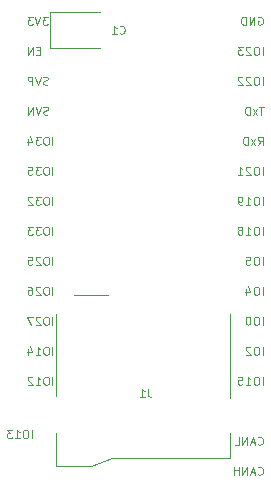
<source format=gbr>
%TF.GenerationSoftware,KiCad,Pcbnew,(5.1.10)-1*%
%TF.CreationDate,2021-07-24T14:48:27+02:00*%
%TF.ProjectId,esp32,65737033-322e-46b6-9963-61645f706362,rev?*%
%TF.SameCoordinates,Original*%
%TF.FileFunction,Legend,Bot*%
%TF.FilePolarity,Positive*%
%FSLAX46Y46*%
G04 Gerber Fmt 4.6, Leading zero omitted, Abs format (unit mm)*
G04 Created by KiCad (PCBNEW (5.1.10)-1) date 2021-07-24 14:48:27*
%MOMM*%
%LPD*%
G01*
G04 APERTURE LIST*
%ADD10C,0.120000*%
%ADD11C,0.100000*%
G04 APERTURE END LIST*
D10*
%TO.C,J1*%
X94665000Y-89222000D02*
X91765000Y-89222000D01*
X90190000Y-90822000D02*
X90190000Y-97822000D01*
X90190000Y-103722000D02*
X93190000Y-103722000D01*
X93165000Y-103722000D02*
X94965000Y-103022000D01*
X94965000Y-103022000D02*
X104940000Y-103022000D01*
X104940000Y-97922000D02*
X104940000Y-90822000D01*
X104940000Y-103022000D02*
X104940000Y-100922000D01*
X90190000Y-100922000D02*
X90190000Y-103722000D01*
%TO.C,C1*%
X93952000Y-68312000D02*
X89742000Y-68312000D01*
X89742000Y-68312000D02*
X89742000Y-65292000D01*
X89742000Y-65292000D02*
X93952000Y-65292000D01*
%TO.C,J1*%
D11*
X98023333Y-97152666D02*
X98023333Y-97652666D01*
X98056666Y-97752666D01*
X98123333Y-97819333D01*
X98223333Y-97852666D01*
X98290000Y-97852666D01*
X97323333Y-97852666D02*
X97723333Y-97852666D01*
X97523333Y-97852666D02*
X97523333Y-97152666D01*
X97590000Y-97252666D01*
X97656666Y-97319333D01*
X97723333Y-97352666D01*
%TO.C,J4*%
X89928333Y-79056666D02*
X89928333Y-78356666D01*
X89461666Y-78356666D02*
X89328333Y-78356666D01*
X89261666Y-78390000D01*
X89195000Y-78456666D01*
X89161666Y-78590000D01*
X89161666Y-78823333D01*
X89195000Y-78956666D01*
X89261666Y-79023333D01*
X89328333Y-79056666D01*
X89461666Y-79056666D01*
X89528333Y-79023333D01*
X89595000Y-78956666D01*
X89628333Y-78823333D01*
X89628333Y-78590000D01*
X89595000Y-78456666D01*
X89528333Y-78390000D01*
X89461666Y-78356666D01*
X88928333Y-78356666D02*
X88495000Y-78356666D01*
X88728333Y-78623333D01*
X88628333Y-78623333D01*
X88561666Y-78656666D01*
X88528333Y-78690000D01*
X88495000Y-78756666D01*
X88495000Y-78923333D01*
X88528333Y-78990000D01*
X88561666Y-79023333D01*
X88628333Y-79056666D01*
X88828333Y-79056666D01*
X88895000Y-79023333D01*
X88928333Y-78990000D01*
X87861666Y-78356666D02*
X88195000Y-78356666D01*
X88228333Y-78690000D01*
X88195000Y-78656666D01*
X88128333Y-78623333D01*
X87961666Y-78623333D01*
X87895000Y-78656666D01*
X87861666Y-78690000D01*
X87828333Y-78756666D01*
X87828333Y-78923333D01*
X87861666Y-78990000D01*
X87895000Y-79023333D01*
X87961666Y-79056666D01*
X88128333Y-79056666D01*
X88195000Y-79023333D01*
X88228333Y-78990000D01*
X89928333Y-94296666D02*
X89928333Y-93596666D01*
X89461666Y-93596666D02*
X89328333Y-93596666D01*
X89261666Y-93630000D01*
X89195000Y-93696666D01*
X89161666Y-93830000D01*
X89161666Y-94063333D01*
X89195000Y-94196666D01*
X89261666Y-94263333D01*
X89328333Y-94296666D01*
X89461666Y-94296666D01*
X89528333Y-94263333D01*
X89595000Y-94196666D01*
X89628333Y-94063333D01*
X89628333Y-93830000D01*
X89595000Y-93696666D01*
X89528333Y-93630000D01*
X89461666Y-93596666D01*
X88495000Y-94296666D02*
X88895000Y-94296666D01*
X88695000Y-94296666D02*
X88695000Y-93596666D01*
X88761666Y-93696666D01*
X88828333Y-93763333D01*
X88895000Y-93796666D01*
X87895000Y-93830000D02*
X87895000Y-94296666D01*
X88061666Y-93563333D02*
X88228333Y-94063333D01*
X87795000Y-94063333D01*
X88895000Y-68530000D02*
X88661666Y-68530000D01*
X88561666Y-68896666D02*
X88895000Y-68896666D01*
X88895000Y-68196666D01*
X88561666Y-68196666D01*
X88261666Y-68896666D02*
X88261666Y-68196666D01*
X87861666Y-68896666D01*
X87861666Y-68196666D01*
X89928333Y-89216666D02*
X89928333Y-88516666D01*
X89461666Y-88516666D02*
X89328333Y-88516666D01*
X89261666Y-88550000D01*
X89195000Y-88616666D01*
X89161666Y-88750000D01*
X89161666Y-88983333D01*
X89195000Y-89116666D01*
X89261666Y-89183333D01*
X89328333Y-89216666D01*
X89461666Y-89216666D01*
X89528333Y-89183333D01*
X89595000Y-89116666D01*
X89628333Y-88983333D01*
X89628333Y-88750000D01*
X89595000Y-88616666D01*
X89528333Y-88550000D01*
X89461666Y-88516666D01*
X88895000Y-88583333D02*
X88861666Y-88550000D01*
X88795000Y-88516666D01*
X88628333Y-88516666D01*
X88561666Y-88550000D01*
X88528333Y-88583333D01*
X88495000Y-88650000D01*
X88495000Y-88716666D01*
X88528333Y-88816666D01*
X88928333Y-89216666D01*
X88495000Y-89216666D01*
X87895000Y-88516666D02*
X88028333Y-88516666D01*
X88095000Y-88550000D01*
X88128333Y-88583333D01*
X88195000Y-88683333D01*
X88228333Y-88816666D01*
X88228333Y-89083333D01*
X88195000Y-89150000D01*
X88161666Y-89183333D01*
X88095000Y-89216666D01*
X87961666Y-89216666D01*
X87895000Y-89183333D01*
X87861666Y-89150000D01*
X87828333Y-89083333D01*
X87828333Y-88916666D01*
X87861666Y-88850000D01*
X87895000Y-88816666D01*
X87961666Y-88783333D01*
X88095000Y-88783333D01*
X88161666Y-88816666D01*
X88195000Y-88850000D01*
X88228333Y-88916666D01*
X89928333Y-81596666D02*
X89928333Y-80896666D01*
X89461666Y-80896666D02*
X89328333Y-80896666D01*
X89261666Y-80930000D01*
X89195000Y-80996666D01*
X89161666Y-81130000D01*
X89161666Y-81363333D01*
X89195000Y-81496666D01*
X89261666Y-81563333D01*
X89328333Y-81596666D01*
X89461666Y-81596666D01*
X89528333Y-81563333D01*
X89595000Y-81496666D01*
X89628333Y-81363333D01*
X89628333Y-81130000D01*
X89595000Y-80996666D01*
X89528333Y-80930000D01*
X89461666Y-80896666D01*
X88928333Y-80896666D02*
X88495000Y-80896666D01*
X88728333Y-81163333D01*
X88628333Y-81163333D01*
X88561666Y-81196666D01*
X88528333Y-81230000D01*
X88495000Y-81296666D01*
X88495000Y-81463333D01*
X88528333Y-81530000D01*
X88561666Y-81563333D01*
X88628333Y-81596666D01*
X88828333Y-81596666D01*
X88895000Y-81563333D01*
X88928333Y-81530000D01*
X88228333Y-80963333D02*
X88195000Y-80930000D01*
X88128333Y-80896666D01*
X87961666Y-80896666D01*
X87895000Y-80930000D01*
X87861666Y-80963333D01*
X87828333Y-81030000D01*
X87828333Y-81096666D01*
X87861666Y-81196666D01*
X88261666Y-81596666D01*
X87828333Y-81596666D01*
X89528333Y-71403333D02*
X89428333Y-71436666D01*
X89261666Y-71436666D01*
X89195000Y-71403333D01*
X89161666Y-71370000D01*
X89128333Y-71303333D01*
X89128333Y-71236666D01*
X89161666Y-71170000D01*
X89195000Y-71136666D01*
X89261666Y-71103333D01*
X89395000Y-71070000D01*
X89461666Y-71036666D01*
X89495000Y-71003333D01*
X89528333Y-70936666D01*
X89528333Y-70870000D01*
X89495000Y-70803333D01*
X89461666Y-70770000D01*
X89395000Y-70736666D01*
X89228333Y-70736666D01*
X89128333Y-70770000D01*
X88928333Y-70736666D02*
X88695000Y-71436666D01*
X88461666Y-70736666D01*
X88228333Y-71436666D02*
X88228333Y-70736666D01*
X87961666Y-70736666D01*
X87895000Y-70770000D01*
X87861666Y-70803333D01*
X87828333Y-70870000D01*
X87828333Y-70970000D01*
X87861666Y-71036666D01*
X87895000Y-71070000D01*
X87961666Y-71103333D01*
X88228333Y-71103333D01*
X89928333Y-84136666D02*
X89928333Y-83436666D01*
X89461666Y-83436666D02*
X89328333Y-83436666D01*
X89261666Y-83470000D01*
X89195000Y-83536666D01*
X89161666Y-83670000D01*
X89161666Y-83903333D01*
X89195000Y-84036666D01*
X89261666Y-84103333D01*
X89328333Y-84136666D01*
X89461666Y-84136666D01*
X89528333Y-84103333D01*
X89595000Y-84036666D01*
X89628333Y-83903333D01*
X89628333Y-83670000D01*
X89595000Y-83536666D01*
X89528333Y-83470000D01*
X89461666Y-83436666D01*
X88928333Y-83436666D02*
X88495000Y-83436666D01*
X88728333Y-83703333D01*
X88628333Y-83703333D01*
X88561666Y-83736666D01*
X88528333Y-83770000D01*
X88495000Y-83836666D01*
X88495000Y-84003333D01*
X88528333Y-84070000D01*
X88561666Y-84103333D01*
X88628333Y-84136666D01*
X88828333Y-84136666D01*
X88895000Y-84103333D01*
X88928333Y-84070000D01*
X88261666Y-83436666D02*
X87828333Y-83436666D01*
X88061666Y-83703333D01*
X87961666Y-83703333D01*
X87895000Y-83736666D01*
X87861666Y-83770000D01*
X87828333Y-83836666D01*
X87828333Y-84003333D01*
X87861666Y-84070000D01*
X87895000Y-84103333D01*
X87961666Y-84136666D01*
X88161666Y-84136666D01*
X88228333Y-84103333D01*
X88261666Y-84070000D01*
X89928333Y-91756666D02*
X89928333Y-91056666D01*
X89461666Y-91056666D02*
X89328333Y-91056666D01*
X89261666Y-91090000D01*
X89195000Y-91156666D01*
X89161666Y-91290000D01*
X89161666Y-91523333D01*
X89195000Y-91656666D01*
X89261666Y-91723333D01*
X89328333Y-91756666D01*
X89461666Y-91756666D01*
X89528333Y-91723333D01*
X89595000Y-91656666D01*
X89628333Y-91523333D01*
X89628333Y-91290000D01*
X89595000Y-91156666D01*
X89528333Y-91090000D01*
X89461666Y-91056666D01*
X88895000Y-91123333D02*
X88861666Y-91090000D01*
X88795000Y-91056666D01*
X88628333Y-91056666D01*
X88561666Y-91090000D01*
X88528333Y-91123333D01*
X88495000Y-91190000D01*
X88495000Y-91256666D01*
X88528333Y-91356666D01*
X88928333Y-91756666D01*
X88495000Y-91756666D01*
X88261666Y-91056666D02*
X87795000Y-91056666D01*
X88095000Y-91756666D01*
X89928333Y-86676666D02*
X89928333Y-85976666D01*
X89461666Y-85976666D02*
X89328333Y-85976666D01*
X89261666Y-86010000D01*
X89195000Y-86076666D01*
X89161666Y-86210000D01*
X89161666Y-86443333D01*
X89195000Y-86576666D01*
X89261666Y-86643333D01*
X89328333Y-86676666D01*
X89461666Y-86676666D01*
X89528333Y-86643333D01*
X89595000Y-86576666D01*
X89628333Y-86443333D01*
X89628333Y-86210000D01*
X89595000Y-86076666D01*
X89528333Y-86010000D01*
X89461666Y-85976666D01*
X88895000Y-86043333D02*
X88861666Y-86010000D01*
X88795000Y-85976666D01*
X88628333Y-85976666D01*
X88561666Y-86010000D01*
X88528333Y-86043333D01*
X88495000Y-86110000D01*
X88495000Y-86176666D01*
X88528333Y-86276666D01*
X88928333Y-86676666D01*
X88495000Y-86676666D01*
X87861666Y-85976666D02*
X88195000Y-85976666D01*
X88228333Y-86310000D01*
X88195000Y-86276666D01*
X88128333Y-86243333D01*
X87961666Y-86243333D01*
X87895000Y-86276666D01*
X87861666Y-86310000D01*
X87828333Y-86376666D01*
X87828333Y-86543333D01*
X87861666Y-86610000D01*
X87895000Y-86643333D01*
X87961666Y-86676666D01*
X88128333Y-86676666D01*
X88195000Y-86643333D01*
X88228333Y-86610000D01*
X88183353Y-101335006D02*
X88183353Y-100635006D01*
X87716686Y-100635006D02*
X87583353Y-100635006D01*
X87516686Y-100668340D01*
X87450020Y-100735006D01*
X87416686Y-100868340D01*
X87416686Y-101101673D01*
X87450020Y-101235006D01*
X87516686Y-101301673D01*
X87583353Y-101335006D01*
X87716686Y-101335006D01*
X87783353Y-101301673D01*
X87850020Y-101235006D01*
X87883353Y-101101673D01*
X87883353Y-100868340D01*
X87850020Y-100735006D01*
X87783353Y-100668340D01*
X87716686Y-100635006D01*
X86750020Y-101335006D02*
X87150020Y-101335006D01*
X86950020Y-101335006D02*
X86950020Y-100635006D01*
X87016686Y-100735006D01*
X87083353Y-100801673D01*
X87150020Y-100835006D01*
X86516686Y-100635006D02*
X86083353Y-100635006D01*
X86316686Y-100901673D01*
X86216686Y-100901673D01*
X86150020Y-100935006D01*
X86116686Y-100968340D01*
X86083353Y-101035006D01*
X86083353Y-101201673D01*
X86116686Y-101268340D01*
X86150020Y-101301673D01*
X86216686Y-101335006D01*
X86416686Y-101335006D01*
X86483353Y-101301673D01*
X86516686Y-101268340D01*
X89928333Y-76516666D02*
X89928333Y-75816666D01*
X89461666Y-75816666D02*
X89328333Y-75816666D01*
X89261666Y-75850000D01*
X89195000Y-75916666D01*
X89161666Y-76050000D01*
X89161666Y-76283333D01*
X89195000Y-76416666D01*
X89261666Y-76483333D01*
X89328333Y-76516666D01*
X89461666Y-76516666D01*
X89528333Y-76483333D01*
X89595000Y-76416666D01*
X89628333Y-76283333D01*
X89628333Y-76050000D01*
X89595000Y-75916666D01*
X89528333Y-75850000D01*
X89461666Y-75816666D01*
X88928333Y-75816666D02*
X88495000Y-75816666D01*
X88728333Y-76083333D01*
X88628333Y-76083333D01*
X88561666Y-76116666D01*
X88528333Y-76150000D01*
X88495000Y-76216666D01*
X88495000Y-76383333D01*
X88528333Y-76450000D01*
X88561666Y-76483333D01*
X88628333Y-76516666D01*
X88828333Y-76516666D01*
X88895000Y-76483333D01*
X88928333Y-76450000D01*
X87895000Y-76050000D02*
X87895000Y-76516666D01*
X88061666Y-75783333D02*
X88228333Y-76283333D01*
X87795000Y-76283333D01*
X89561666Y-73943333D02*
X89461666Y-73976666D01*
X89295000Y-73976666D01*
X89228333Y-73943333D01*
X89195000Y-73910000D01*
X89161666Y-73843333D01*
X89161666Y-73776666D01*
X89195000Y-73710000D01*
X89228333Y-73676666D01*
X89295000Y-73643333D01*
X89428333Y-73610000D01*
X89495000Y-73576666D01*
X89528333Y-73543333D01*
X89561666Y-73476666D01*
X89561666Y-73410000D01*
X89528333Y-73343333D01*
X89495000Y-73310000D01*
X89428333Y-73276666D01*
X89261666Y-73276666D01*
X89161666Y-73310000D01*
X88961666Y-73276666D02*
X88728333Y-73976666D01*
X88495000Y-73276666D01*
X88261666Y-73976666D02*
X88261666Y-73276666D01*
X87861666Y-73976666D01*
X87861666Y-73276666D01*
X89928333Y-96836666D02*
X89928333Y-96136666D01*
X89461666Y-96136666D02*
X89328333Y-96136666D01*
X89261666Y-96170000D01*
X89195000Y-96236666D01*
X89161666Y-96370000D01*
X89161666Y-96603333D01*
X89195000Y-96736666D01*
X89261666Y-96803333D01*
X89328333Y-96836666D01*
X89461666Y-96836666D01*
X89528333Y-96803333D01*
X89595000Y-96736666D01*
X89628333Y-96603333D01*
X89628333Y-96370000D01*
X89595000Y-96236666D01*
X89528333Y-96170000D01*
X89461666Y-96136666D01*
X88495000Y-96836666D02*
X88895000Y-96836666D01*
X88695000Y-96836666D02*
X88695000Y-96136666D01*
X88761666Y-96236666D01*
X88828333Y-96303333D01*
X88895000Y-96336666D01*
X88228333Y-96203333D02*
X88195000Y-96170000D01*
X88128333Y-96136666D01*
X87961666Y-96136666D01*
X87895000Y-96170000D01*
X87861666Y-96203333D01*
X87828333Y-96270000D01*
X87828333Y-96336666D01*
X87861666Y-96436666D01*
X88261666Y-96836666D01*
X87828333Y-96836666D01*
X89528333Y-65656666D02*
X89095000Y-65656666D01*
X89328333Y-65923333D01*
X89228333Y-65923333D01*
X89161666Y-65956666D01*
X89128333Y-65990000D01*
X89095000Y-66056666D01*
X89095000Y-66223333D01*
X89128333Y-66290000D01*
X89161666Y-66323333D01*
X89228333Y-66356666D01*
X89428333Y-66356666D01*
X89495000Y-66323333D01*
X89528333Y-66290000D01*
X88895000Y-65656666D02*
X88661666Y-66356666D01*
X88428333Y-65656666D01*
X88261666Y-65656666D02*
X87828333Y-65656666D01*
X88061666Y-65923333D01*
X87961666Y-65923333D01*
X87895000Y-65956666D01*
X87861666Y-65990000D01*
X87828333Y-66056666D01*
X87828333Y-66223333D01*
X87861666Y-66290000D01*
X87895000Y-66323333D01*
X87961666Y-66356666D01*
X88161666Y-66356666D01*
X88228333Y-66323333D01*
X88261666Y-66290000D01*
X107351666Y-65690000D02*
X107418333Y-65656666D01*
X107518333Y-65656666D01*
X107618333Y-65690000D01*
X107685000Y-65756666D01*
X107718333Y-65823333D01*
X107751666Y-65956666D01*
X107751666Y-66056666D01*
X107718333Y-66190000D01*
X107685000Y-66256666D01*
X107618333Y-66323333D01*
X107518333Y-66356666D01*
X107451666Y-66356666D01*
X107351666Y-66323333D01*
X107318333Y-66290000D01*
X107318333Y-66056666D01*
X107451666Y-66056666D01*
X107018333Y-66356666D02*
X107018333Y-65656666D01*
X106618333Y-66356666D01*
X106618333Y-65656666D01*
X106285000Y-66356666D02*
X106285000Y-65656666D01*
X106118333Y-65656666D01*
X106018333Y-65690000D01*
X105951666Y-65756666D01*
X105918333Y-65823333D01*
X105885000Y-65956666D01*
X105885000Y-66056666D01*
X105918333Y-66190000D01*
X105951666Y-66256666D01*
X106018333Y-66323333D01*
X106118333Y-66356666D01*
X106285000Y-66356666D01*
X107718333Y-79056666D02*
X107718333Y-78356666D01*
X107251666Y-78356666D02*
X107118333Y-78356666D01*
X107051666Y-78390000D01*
X106985000Y-78456666D01*
X106951666Y-78590000D01*
X106951666Y-78823333D01*
X106985000Y-78956666D01*
X107051666Y-79023333D01*
X107118333Y-79056666D01*
X107251666Y-79056666D01*
X107318333Y-79023333D01*
X107385000Y-78956666D01*
X107418333Y-78823333D01*
X107418333Y-78590000D01*
X107385000Y-78456666D01*
X107318333Y-78390000D01*
X107251666Y-78356666D01*
X106685000Y-78423333D02*
X106651666Y-78390000D01*
X106585000Y-78356666D01*
X106418333Y-78356666D01*
X106351666Y-78390000D01*
X106318333Y-78423333D01*
X106285000Y-78490000D01*
X106285000Y-78556666D01*
X106318333Y-78656666D01*
X106718333Y-79056666D01*
X106285000Y-79056666D01*
X105618333Y-79056666D02*
X106018333Y-79056666D01*
X105818333Y-79056666D02*
X105818333Y-78356666D01*
X105885000Y-78456666D01*
X105951666Y-78523333D01*
X106018333Y-78556666D01*
X107818333Y-73276666D02*
X107418333Y-73276666D01*
X107618333Y-73976666D02*
X107618333Y-73276666D01*
X107251666Y-73976666D02*
X106885000Y-73510000D01*
X107251666Y-73510000D02*
X106885000Y-73976666D01*
X106618333Y-73976666D02*
X106618333Y-73276666D01*
X106451666Y-73276666D01*
X106351666Y-73310000D01*
X106285000Y-73376666D01*
X106251666Y-73443333D01*
X106218333Y-73576666D01*
X106218333Y-73676666D01*
X106251666Y-73810000D01*
X106285000Y-73876666D01*
X106351666Y-73943333D01*
X106451666Y-73976666D01*
X106618333Y-73976666D01*
X107718333Y-68896666D02*
X107718333Y-68196666D01*
X107251666Y-68196666D02*
X107118333Y-68196666D01*
X107051666Y-68230000D01*
X106985000Y-68296666D01*
X106951666Y-68430000D01*
X106951666Y-68663333D01*
X106985000Y-68796666D01*
X107051666Y-68863333D01*
X107118333Y-68896666D01*
X107251666Y-68896666D01*
X107318333Y-68863333D01*
X107385000Y-68796666D01*
X107418333Y-68663333D01*
X107418333Y-68430000D01*
X107385000Y-68296666D01*
X107318333Y-68230000D01*
X107251666Y-68196666D01*
X106685000Y-68263333D02*
X106651666Y-68230000D01*
X106585000Y-68196666D01*
X106418333Y-68196666D01*
X106351666Y-68230000D01*
X106318333Y-68263333D01*
X106285000Y-68330000D01*
X106285000Y-68396666D01*
X106318333Y-68496666D01*
X106718333Y-68896666D01*
X106285000Y-68896666D01*
X106051666Y-68196666D02*
X105618333Y-68196666D01*
X105851666Y-68463333D01*
X105751666Y-68463333D01*
X105685000Y-68496666D01*
X105651666Y-68530000D01*
X105618333Y-68596666D01*
X105618333Y-68763333D01*
X105651666Y-68830000D01*
X105685000Y-68863333D01*
X105751666Y-68896666D01*
X105951666Y-68896666D01*
X106018333Y-68863333D01*
X106051666Y-68830000D01*
X107718333Y-71436666D02*
X107718333Y-70736666D01*
X107251666Y-70736666D02*
X107118333Y-70736666D01*
X107051666Y-70770000D01*
X106985000Y-70836666D01*
X106951666Y-70970000D01*
X106951666Y-71203333D01*
X106985000Y-71336666D01*
X107051666Y-71403333D01*
X107118333Y-71436666D01*
X107251666Y-71436666D01*
X107318333Y-71403333D01*
X107385000Y-71336666D01*
X107418333Y-71203333D01*
X107418333Y-70970000D01*
X107385000Y-70836666D01*
X107318333Y-70770000D01*
X107251666Y-70736666D01*
X106685000Y-70803333D02*
X106651666Y-70770000D01*
X106585000Y-70736666D01*
X106418333Y-70736666D01*
X106351666Y-70770000D01*
X106318333Y-70803333D01*
X106285000Y-70870000D01*
X106285000Y-70936666D01*
X106318333Y-71036666D01*
X106718333Y-71436666D01*
X106285000Y-71436666D01*
X106018333Y-70803333D02*
X105985000Y-70770000D01*
X105918333Y-70736666D01*
X105751666Y-70736666D01*
X105685000Y-70770000D01*
X105651666Y-70803333D01*
X105618333Y-70870000D01*
X105618333Y-70936666D01*
X105651666Y-71036666D01*
X106051666Y-71436666D01*
X105618333Y-71436666D01*
X107318333Y-76516666D02*
X107551666Y-76183333D01*
X107718333Y-76516666D02*
X107718333Y-75816666D01*
X107451666Y-75816666D01*
X107385000Y-75850000D01*
X107351666Y-75883333D01*
X107318333Y-75950000D01*
X107318333Y-76050000D01*
X107351666Y-76116666D01*
X107385000Y-76150000D01*
X107451666Y-76183333D01*
X107718333Y-76183333D01*
X107085000Y-76516666D02*
X106718333Y-76050000D01*
X107085000Y-76050000D02*
X106718333Y-76516666D01*
X106451666Y-76516666D02*
X106451666Y-75816666D01*
X106285000Y-75816666D01*
X106185000Y-75850000D01*
X106118333Y-75916666D01*
X106085000Y-75983333D01*
X106051666Y-76116666D01*
X106051666Y-76216666D01*
X106085000Y-76350000D01*
X106118333Y-76416666D01*
X106185000Y-76483333D01*
X106285000Y-76516666D01*
X106451666Y-76516666D01*
X107718333Y-84136666D02*
X107718333Y-83436666D01*
X107251666Y-83436666D02*
X107118333Y-83436666D01*
X107051666Y-83470000D01*
X106985000Y-83536666D01*
X106951666Y-83670000D01*
X106951666Y-83903333D01*
X106985000Y-84036666D01*
X107051666Y-84103333D01*
X107118333Y-84136666D01*
X107251666Y-84136666D01*
X107318333Y-84103333D01*
X107385000Y-84036666D01*
X107418333Y-83903333D01*
X107418333Y-83670000D01*
X107385000Y-83536666D01*
X107318333Y-83470000D01*
X107251666Y-83436666D01*
X106285000Y-84136666D02*
X106685000Y-84136666D01*
X106485000Y-84136666D02*
X106485000Y-83436666D01*
X106551666Y-83536666D01*
X106618333Y-83603333D01*
X106685000Y-83636666D01*
X105885000Y-83736666D02*
X105951666Y-83703333D01*
X105985000Y-83670000D01*
X106018333Y-83603333D01*
X106018333Y-83570000D01*
X105985000Y-83503333D01*
X105951666Y-83470000D01*
X105885000Y-83436666D01*
X105751666Y-83436666D01*
X105685000Y-83470000D01*
X105651666Y-83503333D01*
X105618333Y-83570000D01*
X105618333Y-83603333D01*
X105651666Y-83670000D01*
X105685000Y-83703333D01*
X105751666Y-83736666D01*
X105885000Y-83736666D01*
X105951666Y-83770000D01*
X105985000Y-83803333D01*
X106018333Y-83870000D01*
X106018333Y-84003333D01*
X105985000Y-84070000D01*
X105951666Y-84103333D01*
X105885000Y-84136666D01*
X105751666Y-84136666D01*
X105685000Y-84103333D01*
X105651666Y-84070000D01*
X105618333Y-84003333D01*
X105618333Y-83870000D01*
X105651666Y-83803333D01*
X105685000Y-83770000D01*
X105751666Y-83736666D01*
X107718333Y-81596666D02*
X107718333Y-80896666D01*
X107251666Y-80896666D02*
X107118333Y-80896666D01*
X107051666Y-80930000D01*
X106985000Y-80996666D01*
X106951666Y-81130000D01*
X106951666Y-81363333D01*
X106985000Y-81496666D01*
X107051666Y-81563333D01*
X107118333Y-81596666D01*
X107251666Y-81596666D01*
X107318333Y-81563333D01*
X107385000Y-81496666D01*
X107418333Y-81363333D01*
X107418333Y-81130000D01*
X107385000Y-80996666D01*
X107318333Y-80930000D01*
X107251666Y-80896666D01*
X106285000Y-81596666D02*
X106685000Y-81596666D01*
X106485000Y-81596666D02*
X106485000Y-80896666D01*
X106551666Y-80996666D01*
X106618333Y-81063333D01*
X106685000Y-81096666D01*
X105951666Y-81596666D02*
X105818333Y-81596666D01*
X105751666Y-81563333D01*
X105718333Y-81530000D01*
X105651666Y-81430000D01*
X105618333Y-81296666D01*
X105618333Y-81030000D01*
X105651666Y-80963333D01*
X105685000Y-80930000D01*
X105751666Y-80896666D01*
X105885000Y-80896666D01*
X105951666Y-80930000D01*
X105985000Y-80963333D01*
X106018333Y-81030000D01*
X106018333Y-81196666D01*
X105985000Y-81263333D01*
X105951666Y-81296666D01*
X105885000Y-81330000D01*
X105751666Y-81330000D01*
X105685000Y-81296666D01*
X105651666Y-81263333D01*
X105618333Y-81196666D01*
X107718333Y-86676666D02*
X107718333Y-85976666D01*
X107251666Y-85976666D02*
X107118333Y-85976666D01*
X107051666Y-86010000D01*
X106985000Y-86076666D01*
X106951666Y-86210000D01*
X106951666Y-86443333D01*
X106985000Y-86576666D01*
X107051666Y-86643333D01*
X107118333Y-86676666D01*
X107251666Y-86676666D01*
X107318333Y-86643333D01*
X107385000Y-86576666D01*
X107418333Y-86443333D01*
X107418333Y-86210000D01*
X107385000Y-86076666D01*
X107318333Y-86010000D01*
X107251666Y-85976666D01*
X106318333Y-85976666D02*
X106651666Y-85976666D01*
X106685000Y-86310000D01*
X106651666Y-86276666D01*
X106585000Y-86243333D01*
X106418333Y-86243333D01*
X106351666Y-86276666D01*
X106318333Y-86310000D01*
X106285000Y-86376666D01*
X106285000Y-86543333D01*
X106318333Y-86610000D01*
X106351666Y-86643333D01*
X106418333Y-86676666D01*
X106585000Y-86676666D01*
X106651666Y-86643333D01*
X106685000Y-86610000D01*
X107718333Y-96836666D02*
X107718333Y-96136666D01*
X107251666Y-96136666D02*
X107118333Y-96136666D01*
X107051666Y-96170000D01*
X106985000Y-96236666D01*
X106951666Y-96370000D01*
X106951666Y-96603333D01*
X106985000Y-96736666D01*
X107051666Y-96803333D01*
X107118333Y-96836666D01*
X107251666Y-96836666D01*
X107318333Y-96803333D01*
X107385000Y-96736666D01*
X107418333Y-96603333D01*
X107418333Y-96370000D01*
X107385000Y-96236666D01*
X107318333Y-96170000D01*
X107251666Y-96136666D01*
X106285000Y-96836666D02*
X106685000Y-96836666D01*
X106485000Y-96836666D02*
X106485000Y-96136666D01*
X106551666Y-96236666D01*
X106618333Y-96303333D01*
X106685000Y-96336666D01*
X105651666Y-96136666D02*
X105985000Y-96136666D01*
X106018333Y-96470000D01*
X105985000Y-96436666D01*
X105918333Y-96403333D01*
X105751666Y-96403333D01*
X105685000Y-96436666D01*
X105651666Y-96470000D01*
X105618333Y-96536666D01*
X105618333Y-96703333D01*
X105651666Y-96770000D01*
X105685000Y-96803333D01*
X105751666Y-96836666D01*
X105918333Y-96836666D01*
X105985000Y-96803333D01*
X106018333Y-96770000D01*
X107718333Y-94296666D02*
X107718333Y-93596666D01*
X107251666Y-93596666D02*
X107118333Y-93596666D01*
X107051666Y-93630000D01*
X106985000Y-93696666D01*
X106951666Y-93830000D01*
X106951666Y-94063333D01*
X106985000Y-94196666D01*
X107051666Y-94263333D01*
X107118333Y-94296666D01*
X107251666Y-94296666D01*
X107318333Y-94263333D01*
X107385000Y-94196666D01*
X107418333Y-94063333D01*
X107418333Y-93830000D01*
X107385000Y-93696666D01*
X107318333Y-93630000D01*
X107251666Y-93596666D01*
X106685000Y-93663333D02*
X106651666Y-93630000D01*
X106585000Y-93596666D01*
X106418333Y-93596666D01*
X106351666Y-93630000D01*
X106318333Y-93663333D01*
X106285000Y-93730000D01*
X106285000Y-93796666D01*
X106318333Y-93896666D01*
X106718333Y-94296666D01*
X106285000Y-94296666D01*
X107318333Y-104390000D02*
X107351666Y-104423333D01*
X107451666Y-104456666D01*
X107518333Y-104456666D01*
X107618333Y-104423333D01*
X107685000Y-104356666D01*
X107718333Y-104290000D01*
X107751666Y-104156666D01*
X107751666Y-104056666D01*
X107718333Y-103923333D01*
X107685000Y-103856666D01*
X107618333Y-103790000D01*
X107518333Y-103756666D01*
X107451666Y-103756666D01*
X107351666Y-103790000D01*
X107318333Y-103823333D01*
X107051666Y-104256666D02*
X106718333Y-104256666D01*
X107118333Y-104456666D02*
X106885000Y-103756666D01*
X106651666Y-104456666D01*
X106418333Y-104456666D02*
X106418333Y-103756666D01*
X106018333Y-104456666D01*
X106018333Y-103756666D01*
X105685000Y-104456666D02*
X105685000Y-103756666D01*
X105685000Y-104090000D02*
X105285000Y-104090000D01*
X105285000Y-104456666D02*
X105285000Y-103756666D01*
X107718333Y-91756666D02*
X107718333Y-91056666D01*
X107251666Y-91056666D02*
X107118333Y-91056666D01*
X107051666Y-91090000D01*
X106985000Y-91156666D01*
X106951666Y-91290000D01*
X106951666Y-91523333D01*
X106985000Y-91656666D01*
X107051666Y-91723333D01*
X107118333Y-91756666D01*
X107251666Y-91756666D01*
X107318333Y-91723333D01*
X107385000Y-91656666D01*
X107418333Y-91523333D01*
X107418333Y-91290000D01*
X107385000Y-91156666D01*
X107318333Y-91090000D01*
X107251666Y-91056666D01*
X106518333Y-91056666D02*
X106451666Y-91056666D01*
X106385000Y-91090000D01*
X106351666Y-91123333D01*
X106318333Y-91190000D01*
X106285000Y-91323333D01*
X106285000Y-91490000D01*
X106318333Y-91623333D01*
X106351666Y-91690000D01*
X106385000Y-91723333D01*
X106451666Y-91756666D01*
X106518333Y-91756666D01*
X106585000Y-91723333D01*
X106618333Y-91690000D01*
X106651666Y-91623333D01*
X106685000Y-91490000D01*
X106685000Y-91323333D01*
X106651666Y-91190000D01*
X106618333Y-91123333D01*
X106585000Y-91090000D01*
X106518333Y-91056666D01*
X107318333Y-101850000D02*
X107351666Y-101883333D01*
X107451666Y-101916666D01*
X107518333Y-101916666D01*
X107618333Y-101883333D01*
X107685000Y-101816666D01*
X107718333Y-101750000D01*
X107751666Y-101616666D01*
X107751666Y-101516666D01*
X107718333Y-101383333D01*
X107685000Y-101316666D01*
X107618333Y-101250000D01*
X107518333Y-101216666D01*
X107451666Y-101216666D01*
X107351666Y-101250000D01*
X107318333Y-101283333D01*
X107051666Y-101716666D02*
X106718333Y-101716666D01*
X107118333Y-101916666D02*
X106885000Y-101216666D01*
X106651666Y-101916666D01*
X106418333Y-101916666D02*
X106418333Y-101216666D01*
X106018333Y-101916666D01*
X106018333Y-101216666D01*
X105351666Y-101916666D02*
X105685000Y-101916666D01*
X105685000Y-101216666D01*
X107718333Y-89216666D02*
X107718333Y-88516666D01*
X107251666Y-88516666D02*
X107118333Y-88516666D01*
X107051666Y-88550000D01*
X106985000Y-88616666D01*
X106951666Y-88750000D01*
X106951666Y-88983333D01*
X106985000Y-89116666D01*
X107051666Y-89183333D01*
X107118333Y-89216666D01*
X107251666Y-89216666D01*
X107318333Y-89183333D01*
X107385000Y-89116666D01*
X107418333Y-88983333D01*
X107418333Y-88750000D01*
X107385000Y-88616666D01*
X107318333Y-88550000D01*
X107251666Y-88516666D01*
X106351666Y-88750000D02*
X106351666Y-89216666D01*
X106518333Y-88483333D02*
X106685000Y-88983333D01*
X106251666Y-88983333D01*
%TO.C,C1*%
X95620666Y-67052000D02*
X95654000Y-67085333D01*
X95754000Y-67118666D01*
X95820666Y-67118666D01*
X95920666Y-67085333D01*
X95987333Y-67018666D01*
X96020666Y-66952000D01*
X96054000Y-66818666D01*
X96054000Y-66718666D01*
X96020666Y-66585333D01*
X95987333Y-66518666D01*
X95920666Y-66452000D01*
X95820666Y-66418666D01*
X95754000Y-66418666D01*
X95654000Y-66452000D01*
X95620666Y-66485333D01*
X94954000Y-67118666D02*
X95354000Y-67118666D01*
X95154000Y-67118666D02*
X95154000Y-66418666D01*
X95220666Y-66518666D01*
X95287333Y-66585333D01*
X95354000Y-66618666D01*
%TD*%
M02*

</source>
